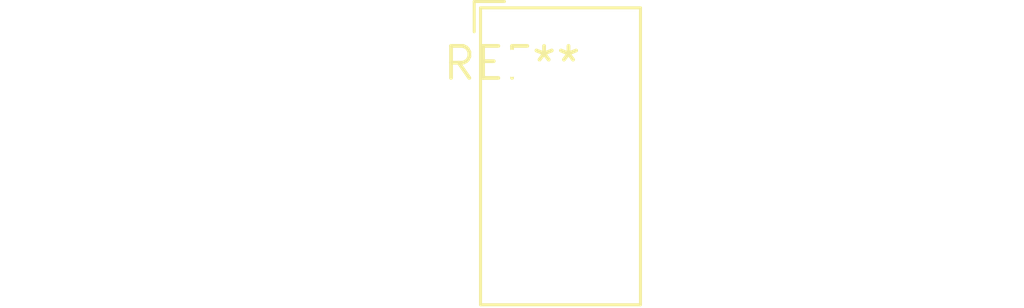
<source format=kicad_pcb>
(kicad_pcb (version 20240108) (generator pcbnew)
  (layers (0 "F.Cu" signal) (31 "B.Cu" signal) (34 "B.Paste" user) (35 "F.Paste" user) (36 "B.SilkS" user "B.Silkscreen") (37 "F.SilkS" user "F.Silkscreen") (38 "B.Mask" user) (39 "F.Mask" user) (44 "Edge.Cuts" user))
  (net 0 "")
  (footprint "Converter_DCDC_Murata_MEE1SxxxxSC_THT" (layer "F.Cu") (at 0 0)
    (property "Reference" "REF**")
    (property "Value" "Converter_DCDC_Murata_MEE1SxxxxSC_THT")
    (fp_line (start -1.5 -2.45) (end -1.5 -1.25) (layer "F.SilkS") (stroke (width 0.12)))
    (fp_line (start -1.25 -2.2) (end -1.25 9.57) (layer "F.SilkS") (stroke (width 0.12)))
    (fp_line (start -0.3 -2.45) (end -1.5 -2.45) (layer "F.SilkS") (stroke (width 0.12)))
    (fp_line (start 5.09 -2.2) (end -1.25 -2.2) (layer "F.SilkS") (stroke (width 0.12)))
    (fp_line (start 5.09 -2.2) (end 5.09 9.57) (layer "F.SilkS") (stroke (width 0.12)))
    (fp_line (start 5.09 9.57) (end -1.25 9.57) (layer "F.SilkS") (stroke (width 0.12)))
    (pad "1" thru_hole rect (at 0 0 270) (size 1.75 2.25) (drill 1.075) (layers *.Cu *.Mask) (remove_unused_layers))
    (pad "2" thru_hole oval (at 0 2.54 270) (size 1.75 2.25) (drill 1.075) (layers *.Cu *.Mask) (remove_unused_layers))
    (pad "3" thru_hole oval (at 0 5.08 270) (size 1.75 2.25) (drill 1.075) (layers *.Cu *.Mask) (remove_unused_layers))
    (pad "4" thru_hole oval (at 0 7.62 270) (size 1.75 2.25) (drill 1.075) (layers *.Cu *.Mask) (remove_unused_layers))
  )
)
</source>
